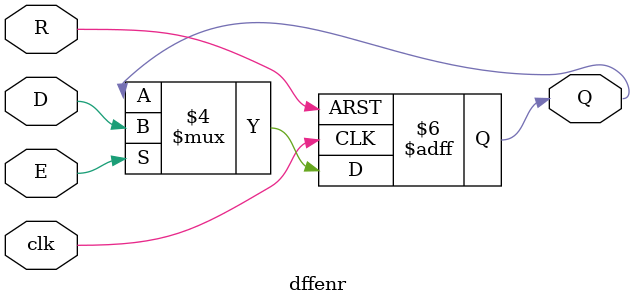
<source format=v>
module dffenr(D,clk,E,R,Q);
input D;      // Data input 
input clk;    // clock input 
input E;      // enable 
input R;      // reset input 
output reg Q;     // output Q 

always @(negedge clk or negedge R) 

begin
	if (R == 1'b0) begin // reset active low
            Q <= 1'b0;
	end 
	else if (E == 1'b1) begin
            Q <= D; 
        end
end 
endmodule 

</source>
